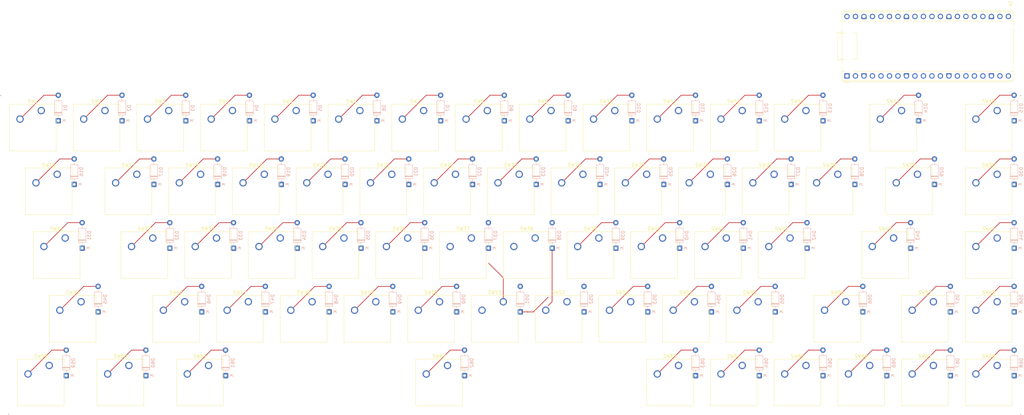
<source format=kicad_pcb>
(kicad_pcb (version 20241229) (generator "pcbnew") (generator_version "9.0")
  (layers (0 "F.Cu" signal) (2 "B.Cu" signal) (13 "F.Paste" user) (15 "B.Paste" user) (5 "F.SilkS" user "F.Silkscreen") (7 "B.SilkS" user "B.Silkscreen") (1 "F.Mask" user) (3 "B.Mask" user) (25 "Edge.Cuts" user))
  (net 0 "")
  (net 1 "C11")
  (net 3 "C14")
  (net 5 "C7")
  (net 6 "C9")
  (net 7 "C12")
  (net 8 "C4")
  (net 9 "r3")
  (net 10 "Net-(A1-GND-Pad13)")
  (net 11 "C8")
  (net 12 "C1")
  (net 14 "C13")
  (net 15 "C15")
  (net 16 "r2")
  (net 17 "C3")
  (net 18 "C6")
  (net 22 "C10")
  (net 23 "r4")
  (net 25 "C2")
  (net 29 "C5")
  (net 31 "r5")
  (net 33 "r1")
  (net 35 "Net-(D1-A)")
  (net 36 "Net-(D2-A)")
  (net 37 "Net-(D3-A)")
  (net 38 "Net-(D4-A)")
  (net 39 "Net-(D5-A)")
  (net 40 "Net-(D6-A)")
  (net 41 "Net-(D7-A)")
  (net 42 "Net-(D8-A)")
  (net 43 "Net-(D9-A)")
  (net 44 "Net-(D10-A)")
  (net 45 "Net-(D11-A)")
  (net 46 "Net-(D12-A)")
  (net 47 "Net-(D13-A)")
  (net 48 "Net-(D14-A)")
  (net 49 "Net-(D15-A)")
  (net 50 "Net-(D16-A)")
  (net 51 "Net-(D17-A)")
  (net 52 "Net-(D18-A)")
  (net 53 "Net-(D19-A)")
  (net 54 "Net-(D20-A)")
  (net 55 "Net-(D21-A)")
  (net 56 "Net-(D22-A)")
  (net 57 "Net-(D23-A)")
  (net 58 "Net-(D24-A)")
  (net 59 "Net-(D25-A)")
  (net 60 "Net-(D26-A)")
  (net 61 "Net-(D27-A)")
  (net 62 "Net-(D28-A)")
  (net 63 "Net-(D29-A)")
  (net 64 "Net-(D30-A)")
  (net 65 "Net-(D31-A)")
  (net 66 "Net-(D32-A)")
  (net 67 "Net-(D33-A)")
  (net 68 "Net-(D34-A)")
  (net 69 "Net-(D35-A)")
  (net 70 "Net-(D36-A)")
  (net 71 "Net-(D37-A)")
  (net 72 "Net-(D38-A)")
  (net 73 "Net-(D39-A)")
  (net 74 "Net-(D40-A)")
  (net 75 "Net-(D41-A)")
  (net 76 "Net-(D42-A)")
  (net 77 "Net-(D43-A)")
  (net 78 "Net-(D44-A)")
  (net 79 "Net-(D45-A)")
  (net 80 "Net-(D46-A)")
  (net 81 "Net-(D47-A)")
  (net 82 "Net-(D48-A)")
  (net 83 "Net-(D49-A)")
  (net 84 "Net-(D50-A)")
  (net 85 "Net-(D51-A)")
  (net 86 "Net-(D52-A)")
  (net 87 "Net-(D53-A)")
  (net 88 "Net-(D54-A)")
  (net 89 "Net-(D55-A)")
  (net 90 "Net-(D56-A)")
  (net 91 "Net-(D57-A)")
  (net 92 "Net-(D58-A)")
  (net 93 "Net-(D59-A)")
  (net 94 "Net-(D60-A)")
  (net 95 "Net-(D61-A)")
  (net 96 "Net-(D62-A)")
  (net 97 "Net-(D63-A)")
  (net 98 "Net-(D64-A)")
  (net 99 "Net-(D65-A)")
  (net 100 "Net-(D66-A)")
  (net 101 "Net-(D67-A)")
  (net 102 "Net-(D68-A)")
  (footprint "Button_Switch_Keyboard:SW_Cherry_MX_1.00u_PCB" (layer "F.Cu") (at 342.92 105.9)
    (property "Reference" "SW58")
    (property "Value" "SW_Push")
  )
  (footprint "Button_Switch_Keyboard:SW_Cherry_MX_1.00u_PCB" (layer "F.Cu") (at 271.4825 105.9)
    (property "Reference" "SW55")
    (property "Value" "SW_Push")
  )
  (footprint "Button_Switch_Keyboard:SW_Cherry_MX_1.00u_PCB" (layer "F.Cu") (at 342.92 86.85)
    (property "Reference" "SW44")
    (property "Value" "SW_Push")
  )
  (footprint "Button_Switch_Keyboard:SW_Cherry_MX_1.00u_PCB" (layer "F.Cu") (at 142.895 67.8)
    (property "Reference" "SW20")
    (property "Value" "SW_Push")
  )
  (footprint "Button_Switch_Keyboard:SW_Cherry_MX_1.00u_PCB" (layer "F.Cu") (at 228.62 48.75)
    (property "Reference" "SW10")
    (property "Value" "SW_Push")
  )
  (footprint "Button_Switch_Keyboard:SW_Cherry_MX_1.00u_PCB" (layer "F.Cu") (at 285.77 124.95)
    (property "Reference" "SW65")
    (property "Value" "SW_Push")
  )
  (footprint "Button_Switch_Keyboard:SW_Cherry_MX_1.00u_PCB" (layer "F.Cu") (at 297.67625 105.9)
    (property "Reference" "SW56")
    (property "Value" "SW_Push")
  )
  (footprint "Button_Switch_Keyboard:SW_Cherry_MX_1.00u_PCB" (layer "F.Cu") (at 323.87 124.95)
    (property "Reference" "SW67")
    (property "Value" "SW_Push")
  )
  (footprint "Button_Switch_Keyboard:SW_Cherry_MX_1.00u_PCB" (layer "F.Cu") (at 147.6575 86.85)
    (property "Reference" "SW35")
    (property "Value" "SW_Push")
  )
  (footprint "Button_Switch_Keyboard:SW_Cherry_MX_1.00u_PCB" (layer "F.Cu") (at 69.07625 105.9)
    (property "Reference" "SW45")
    (property "Value" "SW_Push")
  )
  (footprint "Button_Switch_Keyboard:SW_Cherry_MX_1.00u_PCB" (layer "F.Cu") (at 57.17 48.75)
    (property "Reference" "SW1")
    (property "Value" "SW_Push")
  )
  (footprint "Button_Switch_Keyboard:SW_Cherry_MX_1.00u_PCB" (layer "F.Cu") (at 190.52 48.75)
    (property "Reference" "SW8")
    (property "Value" "SW_Push")
  )
  (footprint "Button_Switch_Keyboard:SW_Cherry_MX_1.00u_PCB" (layer "F.Cu") (at 342.92 124.95)
    (property "Reference" "SW68")
    (property "Value" "SW_Push")
  )
  (footprint "Button_Switch_Keyboard:SW_Cherry_MX_1.00u_PCB" (layer "F.Cu") (at 107.17625 124.95)
    (property "Reference" "SW61")
    (property "Value" "SW_Push")
  )
  (footprint "Button_Switch_Keyboard:SW_Cherry_MX_1.00u_PCB" (layer "F.Cu") (at 180.995 67.8)
    (property "Reference" "SW22")
    (property "Value" "SW_Push")
  )
  (footprint "Button_Switch_Keyboard:SW_Cherry_MX_1.00u_PCB" (layer "F.Cu") (at 85.745 67.8)
    (property "Reference" "SW17")
    (property "Value" "SW_Push")
  )
  (footprint "Button_Switch_Keyboard:SW_Cherry_MX_1.00u_PCB" (layer "F.Cu") (at 95.27 48.75)
    (property "Reference" "SW3")
    (property "Value" "SW_Push")
  )
  (footprint "Button_Switch_Keyboard:SW_Cherry_MX_1.00u_PCB" (layer "F.Cu") (at 157.1825 105.9)
    (property "Reference" "SW49")
    (property "Value" "SW_Push")
  )
  (footprint "Button_Switch_Keyboard:SW_Cherry_MX_1.00u_PCB" (layer "F.Cu") (at 123.845 67.8)
    (property "Reference" "SW19")
    (property "Value" "SW_Push")
  )
  (footprint "Button_Switch_Keyboard:SW_Cherry_MX_1.00u_PCB" (layer "F.Cu") (at 281.0075 86.85)
    (property "Reference" "SW42")
    (property "Value" "SW_Push")
  )
  (footprint "Button_Switch_Keyboard:SW_Cherry_MX_1.00u_PCB" (layer "F.Cu") (at 133.37 48.75)
    (property "Reference" "SW5")
    (property "Value" "SW_Push")
  )
  (footprint "Button_Switch_Keyboard:SW_Cherry_MX_1.00u_PCB" (layer "F.Cu") (at 242.9075 86.85)
    (property "Reference" "SW40")
    (property "Value" "SW_Push")
  )
  (footprint "Button_Switch_Keyboard:SW_Cherry_MX_1.00u_PCB" (layer "F.Cu") (at 64.31375 86.85)
    (property "Reference" "SW31")
    (property "Value" "SW_Push")
  )
  (footprint "Button_Switch_Keyboard:SW_Cherry_MX_1.00u_PCB" (layer "F.Cu") (at 314.345 48.75)
    (property "Reference" "SW14")
    (property "Value" "SW_Push")
  )
  (footprint "Button_Switch_Keyboard:SW_Cherry_MX_1.00u_PCB" (layer "F.Cu") (at 166.7075 86.85)
    (property "Reference" "SW36")
    (property "Value" "SW_Push")
  )
  (footprint "Button_Switch_Keyboard:SW_Cherry_MX_1.00u_PCB" (layer "F.Cu") (at 295.295 67.8)
    (property "Reference" "SW28")
    (property "Value" "SW_Push")
  )
  (footprint "Button_Switch_Keyboard:SW_Cherry_MX_1.00u_PCB" (layer "F.Cu") (at 171.47 48.75)
    (property "Reference" "SW7")
    (property "Value" "SW_Push")
  )
  (footprint "Button_Switch_Keyboard:SW_Cherry_MX_1.00u_PCB" (layer "F.Cu") (at 261.9575 86.85)
    (property "Reference" "SW41")
    (property "Value" "SW_Push")
  )
  (footprint "Button_Switch_Keyboard:SW_Cherry_MX_1.00u_PCB" (layer "F.Cu") (at 342.92 48.75)
    (property "Reference" "SW15")
    (property "Value" "SW_Push")
  )
  (footprint "Button_Switch_Keyboard:SW_Cherry_MX_1.00u_PCB" (layer "F.Cu") (at 83.36375 124.95)
    (property "Reference" "SW60")
    (property "Value" "SW_Push")
  )
  (footprint "Button_Switch_Keyboard:SW_Cherry_MX_1.00u_PCB" (layer "F.Cu") (at 257.195 67.8)
    (property "Reference" "SW26")
    (property "Value" "SW_Push")
  )
  (footprint "Button_Switch_Keyboard:SW_Cherry_MX_1.00u_PCB" (layer "F.Cu") (at 114.32 48.75)
    (property "Reference" "SW4")
    (property "Value" "SW_Push")
  )
  (footprint "Button_Switch_Keyboard:SW_Cherry_MX_1.00u_PCB" (layer "F.Cu") (at 61.9325 67.8)
    (property "Reference" "SW16")
    (property "Value" "SW_Push")
  )
  (footprint "Button_Switch_Keyboard:SW_Cherry_MX_1.00u_PCB" (layer "F.Cu") (at 200.045 67.8)
    (property "Reference" "SW23")
    (property "Value" "SW_Push")
  )
  (footprint "Button_Switch_Keyboard:SW_Cherry_MX_1.00u_PCB" (layer "F.Cu") (at 311.96375 86.85)
    (property "Reference" "SW43")
    (property "Value" "SW_Push")
  )
  (footprint "Button_Switch_Keyboard:SW_Cherry_MX_1.00u_PCB" (layer "F.Cu") (at 223.8575 86.85)
    (property "Reference" "SW39")
    (property "Value" "SW_Push")
  )
  (footprint "Button_Switch_Keyboard:SW_Cherry_MX_1.00u_PCB" (layer "F.Cu") (at 266.72 48.75)
    (property "Reference" "SW12")
    (property "Value" "SW_Push")
  )
  (footprint "Button_Switch_Keyboard:SW_Cherry_MX_1.00u_PCB" (layer "F.Cu") (at 266.72 124.95)
    (property "Reference" "SW64")
    (property "Value" "SW_Push")
  )
  (footprint "Button_Switch_Keyboard:SW_Cherry_MX_1.00u_PCB" (layer "F.Cu") (at 128.6075 86.85)
    (property "Reference" "SW34")
    (property "Value" "SW_Push")
  )
  (footprint "Button_Switch_Keyboard:SW_Cherry_MX_1.00u_PCB" (layer "F.Cu") (at 304.82 124.95)
    (property "Reference" "SW66")
    (property "Value" "SW_Push")
  )
  (footprint "Button_Switch_Keyboard:SW_Cherry_MX_1.00u_PCB" (layer "F.Cu") (at 59.55125 124.95)
    (property "Reference" "SW59")
    (property "Value" "SW_Push")
  )
  (footprint "Button_Switch_Keyboard:SW_Cherry_MX_1.00u_PCB" (layer "F.Cu") (at 319.1075 67.8)
    (property "Reference" "SW29")
    (property "Value" "SW_Push")
  )
  (footprint "Button_Switch_Keyboard:SW_Cherry_MX_1.00u_PCB" (layer "F.Cu") (at 219.095 67.8)
    (property "Reference" "SW24")
    (property "Value" "SW_Push")
  )
  (footprint "Button_Switch_Keyboard:SW_Cherry_MX_1.00u_PCB" (layer "F.Cu") (at 342.92 67.8)
    (property "Reference" "SW30")
    (property "Value" "SW_Push")
  )
  (footprint "Module:RaspberryPi_Pico_Common_THT" (layer "F.Cu") (at 298.03 38.39 90)
    (property "Reference" "A1")
    (property "Value" "RaspberryPi_Pico")
  )
  (footprint "Button_Switch_Keyboard:SW_Cherry_MX_1.00u_PCB" (layer "F.Cu") (at 204.8075 86.85)
    (property "Reference" "SW38")
    (property "Value" "SW_Push")
  )
  (footprint "Button_Switch_Keyboard:SW_Cherry_MX_1.00u_PCB" (layer "F.Cu") (at 323.87 105.9)
    (property "Reference" "SW57")
    (property "Value" "SW_Push")
  )
  (footprint "Button_Switch_Keyboard:SW_Cherry_MX_1.00u_PCB" (layer "F.Cu") (at 90.5075 86.85)
    (property "Reference" "SW32")
    (property "Value" "SW_Push")
  )
  (footprint "Button_Switch_Keyboard:SW_Cherry_MX_1.00u_PCB" (layer "F.Cu") (at 209.57 48.75)
    (property "Reference" "SW9")
    (property "Value" "SW_Push")
  )
  (footprint "Button_Switch_Keyboard:SW_Cherry_MX_1.00u_PCB" (layer "F.Cu") (at 76.22 48.75)
    (property "Reference" "SW2")
    (property "Value" "SW_Push")
  )
  (footprint "Button_Switch_Keyboard:SW_Cherry_MX_1.00u_PCB" (layer "F.Cu") (at 185.7575 86.85)
    (property "Reference" "SW37")
    (property "Value" "SW_Push")
  )
  (footprint "Button_Switch_Keyboard:SW_Cherry_MX_1.00u_PCB" (layer "F.Cu") (at 100.0325 105.9)
    (property "Reference" "SW46")
    (property "Value" "SW_Push")
  )
  (footprint "Button_Switch_Keyboard:SW_Cherry_MX_1.00u_PCB" (layer "F.Cu") (at 119.0825 105.9)
    (property "Reference" "SW47")
    (property "Value" "SW_Push")
  )
  (footprint "Button_Switch_Keyboard:SW_Cherry_MX_1.00u_PCB" (layer "F.Cu") (at 238.145 67.8)
    (property "Reference" "SW25")
    (property "Value" "SW_Push")
  )
  (footprint "Button_Switch_Keyboard:SW_Cherry_MX_1.00u_PCB" (layer "F.Cu") (at 152.42 48.75)
    (property "Reference" "SW6")
    (property "Value" "SW_Push")
  )
  (footprint "Button_Switch_Keyboard:SW_Cherry_MX_1.00u_PCB" (layer "F.Cu") (at 247.67 124.95)
    (property "Reference" "SW63")
    (property "Value" "SW_Push")
  )
  (footprint "Button_Switch_Keyboard:SW_Cherry_MX_1.00u_PCB" (layer "F.Cu") (at 138.1325 105.9)
    (property "Reference" "SW48")
    (property "Value" "SW_Push")
  )
  (footprint "Button_Switch_Keyboard:SW_Cherry_MX_1.00u_PCB" (layer "F.Cu") (at 195.2825 105.9)
    (property "Reference" "SW51")
    (property "Value" "SW_Push")
  )
  (footprint "Button_Switch_Keyboard:SW_Cherry_MX_1.00u_PCB" (layer "F.Cu") (at 233.3825 105.9)
    (property "Reference" "SW53")
    (property "Value" "SW_Push")
  )
  (footprint "Button_Switch_Keyboard:SW_Cherry_MX_1.00u_PCB" (layer "F.Cu") (at 276.245 67.8)
    (property "Reference" "SW27")
    (property "Value" "SW_Push")
  )
  (footprint "Button_Switch_Keyboard:SW_Cherry_MX_1.00u_PCB" (layer "F.Cu") (at 178.61375 124.95)
    (property "Reference" "SW62")
    (property "Value" "SW_Push")
  )
  (footprint "Button_Switch_Keyboard:SW_Cherry_MX_1.00u_PCB" (layer "F.Cu") (at 176.2325 105.9)
    (property "Reference" "SW50")
    (property "Value" "SW_Push")
  )
  (footprint "Button_Switch_Keyboard:SW_Cherry_MX_1.00u_PCB" (layer "F.Cu") (at 214.3325 105.9)
    (property "Reference" "SW52")
    (property "Value" "SW_Push")
  )
  (footprint "Button_Switch_Keyboard:SW_Cherry_MX_1.00u_PCB" (layer "F.Cu") (at 161.945 67.8)
    (property "Reference" "SW21")
    (property "Value" "SW_Push")
  )
  (footprint "Button_Switch_Keyboard:SW_Cherry_MX_1.00u_PCB" (layer "F.Cu") (at 285.77 48.75)
    (property "Reference" "SW13")
    (property "Value" "SW_Push")
  )
  (footprint "Button_Switch_Keyboard:SW_Cherry_MX_1.00u_PCB" (layer "F.Cu") (at 247.67 48.75)
    (property "Reference" "SW11")
    (property "Value" "SW_Push")
  )
  (footprint "Button_Switch_Keyboard:SW_Cherry_MX_1.00u_PCB" (layer "F.Cu") (at 252.4325 105.9)
    (property "Reference" "SW54")
    (property "Value" "SW_Push")
  )
  (footprint "Button_Switch_Keyboard:SW_Cherry_MX_1.00u_PCB" (layer "F.Cu") (at 109.5575 86.85)
    (property "Reference" "SW33")
    (property "Value" "SW_Push")
  )
  (footprint "Button_Switch_Keyboard:SW_Cherry_MX_1.00u_PCB" (layer "F.Cu") (at 104.795 67.8)
    (property "Reference" "SW18")
    (property "Value" "SW_Push")
  )
  (footprint "Diode_THT:D_DO-35_SOD27_P7.62mm_Horizontal" (layer "B.Cu") (at 109.875 70.83 90)
    (property "Reference" "D18")
    (property "Value" "1N4148")
  )
  (footprint "Diode_THT:D_DO-35_SOD27_P7.62mm_Horizontal" (layer "B.Cu") (at 348 108.93 90)
    (property "Reference" "D58")
    (property "Value" "1N4148")
  )
  (footprint "Diode_THT:D_DO-35_SOD27_P7.62mm_Horizontal" (layer "B.Cu") (at 233.7 51.78 90)
    (property "Reference" "D10")
    (property "Value" "1N4148")
  )
  (footprint "Diode_THT:D_DO-35_SOD27_P7.62mm_Horizontal" (layer "B.Cu") (at 348 127.98 90)
    (property "Reference" "D68")
    (property "Value" "1N4148")
  )
  (footprint "Diode_THT:D_DO-35_SOD27_P7.62mm_Horizontal" (layer "B.Cu") (at 88.44375 127.98 90)
    (property "Reference" "D60")
    (property "Value" "1N4148")
  )
  (footprint "Diode_THT:D_DO-35_SOD27_P7.62mm_Horizontal" (layer "B.Cu") (at 171.7875 89.88 90)
    (property "Reference" "D36")
    (property "Value" "1N4148")
  )
  (footprint "Diode_THT:D_DO-35_SOD27_P7.62mm_Horizontal" (layer "B.Cu") (at 290.85 127.98 90)
    (property "Reference" "D65")
    (property "Value" "1N4148")
  )
  (footprint "Diode_THT:D_DO-35_SOD27_P7.62mm_Horizontal" (layer "B.Cu") (at 67.0125 70.83 90)
    (property "Reference" "D16")
    (property "Value" "1N4148")
  )
  (footprint "Diode_THT:D_DO-35_SOD27_P7.62mm_Horizontal" (layer "B.Cu") (at 228.9375 89.88 90)
    (property "Reference" "D39")
    (property "Value" "1N4148")
  )
  (footprint "Diode_THT:D_DO-35_SOD27_P7.62mm_Horizontal" (layer "B.Cu") (at 186.075 70.83 90)
    (property "Reference" "D22")
    (property "Value" "1N4148")
  )
  (footprint "Diode_THT:D_DO-35_SOD27_P7.62mm_Horizontal" (layer "B.Cu") (at 257.5125 108.93 90)
    (property "Reference" "D54")
    (property "Value" "1N4148")
  )
  (footprint "Diode_THT:D_DO-35_SOD27_P7.62mm_Horizontal" (layer "B.Cu") (at 64.63125 127.98 90)
    (property "Reference" "D59")
    (property "Value" "1N4148")
  )
  (footprint "Diode_THT:D_DO-35_SOD27_P7.62mm_Horizontal" (layer "B.Cu") (at 62.25 51.78 90)
    (property "Reference" "D1")
    (property "Value" "1N4148")
  )
  (footprint "Diode_THT:D_DO-35_SOD27_P7.62mm_Horizontal" (layer "B.Cu") (at 319.425 51.78 90)
    (property "Reference" "D14")
    (property "Value" "1N4148")
  )
  (footprint "Diode_THT:D_DO-35_SOD27_P7.62mm_Horizontal" (layer "B.Cu") (at 119.4 51.78 90)
    (property "Reference" "D4")
    (property "Value" "1N4148")
  )
  (footprint "Diode_THT:D_DO-35_SOD27_P7.62mm_Horizontal" (layer "B.Cu") (at 69.39375 89.88 90)
    (property "Reference" "D31")
    (property "Value" "1N4148")
  )
  (footprint "Diode_THT:D_DO-35_SOD27_P7.62mm_Horizontal" (layer "B.Cu") (at 348 70.83 90)
    (property "Reference" "D30")
    (property "Value" "1N4148")
  )
  (footprint "Diode_THT:D_DO-35_SOD27_P7.62mm_Horizontal" (layer "B.Cu") (at 128.925 70.83 90)
    (property "Reference" "D19")
    (property "Value" "1N4148")
  )
  (footprint "Diode_THT:D_DO-35_SOD27_P7.62mm_Horizontal" (layer "B.Cu") (at 214.65 51.78 90)
    (property "Reference" "D9")
    (property "Value" "1N4148")
  )
  (footprint "Diode_THT:D_DO-35_SOD27_P7.62mm_Horizontal" (layer "B.Cu") (at 114.6375 89.88 90)
    (property "Reference" "D33")
    (property "Value" "1N4148")
  )
  (footprint "Diode_THT:D_DO-35_SOD27_P7.62mm_Horizontal" (layer "B.Cu") (at 81.3 51.78 90)
    (property "Reference" "D2")
    (property "Value" "1N4148")
  )
  (footprint "Diode_THT:D_DO-35_SOD27_P7.62mm_Horizontal" (layer "B.Cu") (at 95.5875 89.88 90)
    (property "Reference" "D32")
    (property "Value" "1N4148")
  )
  (footprint "Diode_THT:D_DO-35_SOD27_P7.62mm_Horizontal" (layer "B.Cu") (at 124.1625 108.93 90)
    (property "Reference" "D47")
    (property "Value" "1N4148")
  )
  (footprint "Diode_THT:D_DO-35_SOD27_P7.62mm_Horizontal" (layer "B.Cu") (at 290.85 51.78 90)
    (property "Reference" "D13")
    (property "Value" "1N4148")
  )
  (footprint "Diode_THT:D_DO-35_SOD27_P7.62mm_Horizontal" (layer "B.Cu") (at 90.825 70.83 90)
    (property "Reference" "D17")
    (property "Value" "1N4148")
  )
  (footprint "Diode_THT:D_DO-35_SOD27_P7.62mm_Horizontal" (layer "B.Cu") (at 252.75 51.78 90)
    (property "Reference" "D11")
    (property "Value" "1N4148")
  )
  (footprint "Diode_THT:D_DO-35_SOD27_P7.62mm_Horizontal" (layer "B.Cu") (at 309.9 127.98 90)
    (property "Reference" "D66")
    (property "Value" "1N4148")
  )
  (footprint "Diode_THT:D_DO-35_SOD27_P7.62mm_Horizontal" (layer "B.Cu") (at 183.69375 127.98 90)
    (property "Reference" "D62")
    (property "Value" "1N4148")
  )
  (footprint "Diode_THT:D_DO-35_SOD27_P7.62mm_Horizontal" (layer "B.Cu") (at 262.275 70.83 90)
    (property "Reference" "D26")
    (property "Value" "1N4148")
  )
  (footprint "Diode_THT:D_DO-35_SOD27_P7.62mm_Horizontal" (layer "B.Cu") (at 195.6 51.78 90)
    (property "Reference" "D8")
    (property "Value" "1N4148")
  )
  (footprint "Diode_THT:D_DO-35_SOD27_P7.62mm_Horizontal" (layer "B.Cu") (at 181.3125 108.93 90)
    (property "Reference" "D50")
    (property "Value" "1N4148")
  )
  (footprint "Diode_THT:D_DO-35_SOD27_P7.62mm_Horizontal" (layer "B.Cu") (at 348 89.88 90)
    (property "Reference" "D44")
    (property "Value" "1N4148")
  )
  (footprint "Diode_THT:D_DO-35_SOD27_P7.62mm_Horizontal" (layer "B.Cu") (at 300.375 70.83 90)
    (property "Reference" "D28")
    (property "Value" "1N4148")
  )
  (footprint "Diode_THT:D_DO-35_SOD27_P7.62mm_Horizontal" (layer "B.Cu") (at 267.0375 89.88 90)
    (property "Reference" "D41")
    (property "Value" "1N4148")
  )
  (footprint "Diode_THT:D_DO-35_SOD27_P7.62mm_Horizontal" (layer "B.Cu") (at 317.04375 89.88 90)
    (property "Reference" "D43")
    (property "Value" "1N4148")
  )
  (footprint "Diode_THT:D_DO-35_SOD27_P7.62mm_Horizontal" (layer "B.Cu") (at 133.6875 89.88 90)
    (property "Reference" "D34")
    (property "Value" "1N4148")
  )
  (footprint "Diode_THT:D_DO-35_SOD27_P7.62mm_Horizontal" (layer "B.Cu") (at 205.125 70.83 90)
    (property "Reference" "D23")
    (property "Value" "1N4148")
  )
  (footprint "Diode_THT:D_DO-35_SOD27_P7.62mm_Horizontal" (layer "B.Cu") (at 190.8375 89.88 90)
    (property "Reference" "D37")
    (property "Value" "1N4148")
  )
  (footprint "Diode_THT:D_DO-35_SOD27_P7.62mm_Horizontal" (layer "B.Cu") (at 271.8 127.98 90)
    (property "Reference" "D64")
    (property "Value" "1N4148")
  )
  (footprint "Diode_THT:D_DO-35_SOD27_P7.62mm_Horizontal" (layer "B.Cu") (at 176.55 51.78 90)
    (property "Reference" "D7")
    (property "Value" "1N4148")
  )
  (footprint "Diode_THT:D_DO-35_SOD27_P7.62mm_Horizontal" (layer "B.Cu") (at 252.75 127.98 90)
    (property "Reference" "D63")
    (property "Value" "1N4148")
  )
  (footprint "Diode_THT:D_DO-35_SOD27_P7.62mm_Horizontal" (layer "B.Cu") (at 324.1875 70.83 90)
    (property "Reference" "D29")
    (property "Value" "1N4148")
  )
  (footprint "Diode_THT:D_DO-35_SOD27_P7.62mm_Horizontal" (layer "B.Cu") (at 112.25625 127.98 90)
    (property "Reference" "D61")
    (property "Value" "1N4148")
  )
  (footprint "Diode_THT:D_DO-35_SOD27_P7.62mm_Horizontal" (layer "B.Cu") (at 74.15625 108.93 90)
    (property "Reference" "D45")
    (property "Value" "1N4148")
  )
  (footprint "Diode_THT:D_DO-35_SOD27_P7.62mm_Horizontal" (layer "B.Cu") (at 238.4625 108.93 90)
    (property "Reference" "D53")
    (property "Value" "1N4148")
  )
  (footprint "Diode_THT:D_DO-35_SOD27_P7.62mm_Horizontal" (layer "B.Cu") (at 247.9875 89.88 90)
    (property "Reference" "D40")
    (property "Value" "1N4148")
  )
  (footprint "Diode_THT:D_DO-35_SOD27_P7.62mm_Horizontal" (layer "B.Cu") (at 200.3625 108.93 90)
    (property "Reference" "D51")
    (property "Value" "1N4148")
  )
  (footprint "Diode_THT:D_DO-35_SOD27_P7.62mm_Horizontal" (layer "B.Cu") (at 302.75625 108.93 90)
    (property "Reference" "D56")
    (property "Value" "1N4148")
  )
  (footprint "Diode_THT:D_DO-35_SOD27_P7.62mm_Horizontal" (layer "B.Cu") (at 100.35 51.78 90)
    (property "Reference" "D3")
    (property "Value" "1N4148")
  )
  (footprint "Diode_THT:D_DO-35_SOD27_P7.62mm_Horizontal" (layer "B.Cu") (at 348 51.78 90)
    (property "Reference" "D15")
    (property "Value" "1N4148")
  )
  (footprint "Diode_THT:D_DO-35_SOD27_P7.62mm_Horizontal" (layer "B.Cu") (at 105.1125 108.93 90)
    (property "Reference" "D46")
    (property "Value" "1N4148")
  )
  (footprint "Diode_THT:D_DO-35_SOD27_P7.62mm_Horizontal" (layer "B.Cu") (at 328.95 108.93 90)
    (property "Reference" "D57")
    (property "Value" "1N4148")
  )
  (footprint "Diode_THT:D_DO-35_SOD27_P7.62mm_Horizontal" (layer "B.Cu") (at 167.025 70.83 90)
    (property "Reference" "D21")
    (property "Value" "1N4148")
  )
  (footprint "Diode_THT:D_DO-35_SOD27_P7.62mm_Horizontal" (layer "B.Cu") (at 147.975 70.83 90)
    (property "Reference" "D20")
    (property "Value" "1N4148")
  )
  (footprint "Diode_THT:D_DO-35_SOD27_P7.62mm_Horizontal" (layer "B.Cu") (at 157.5 51.78 90)
    (property "Reference" "D6")
    (property "Value" "1N4148")
  )
  (footprint "Diode_THT:D_DO-35_SOD27_P7.62mm_Horizontal" (layer "B.Cu") (at 276.5625 108.93 90)
    (property "Reference" "D55")
    (property "Value" "1N4148")
  )
  (footprint "Diode_THT:D_DO-35_SOD27_P7.62mm_Horizontal" (layer "B.Cu") (at 152.7375 89.88 90)
    (property "Reference" "D35")
    (property "Value" "1N4148")
  )
  (footprint "Diode_THT:D_DO-35_SOD27_P7.62mm_Horizontal" (layer "B.Cu") (at 143.2125 108.93 90)
    (property "Reference" "D48")
    (property "Value" "1N4148")
  )
  (footprint "Diode_THT:D_DO-35_SOD27_P7.62mm_Horizontal" (layer "B.Cu") (at 281.325 70.83 90)
    (property "Reference" "D27")
    (property "Value" "1N4148")
  )
  (footprint "Diode_THT:D_DO-35_SOD27_P7.62mm_Horizontal" (layer "B.Cu") (at 224.175 70.83 90)
    (property "Reference" "D24")
    (property "Value" "1N4148")
  )
  (footprint "Diode_THT:D_DO-35_SOD27_P7.62mm_Horizontal" (layer "B.Cu") (at 243.225 70.83 90)
    (property "Reference" "D25")
    (property "Value" "1N4148")
  )
  (footprint "Diode_THT:D_DO-35_SOD27_P7.62mm_Horizontal" (layer "B.Cu") (at 219.4125 108.93 90)
    (property "Reference" "D52")
    (property "Value" "1N4148")
  )
  (footprint "Diode_THT:D_DO-35_SOD27_P7.62mm_Horizontal" (layer "B.Cu") (at 286.0875 89.88 90)
    (property "Reference" "D42")
    (property "Value" "1N4148")
  )
  (footprint "Diode_THT:D_DO-35_SOD27_P7.62mm_Horizontal" (layer "B.Cu") (at 328.95 127.98 90)
    (property "Reference" "D67")
    (property "Value" "1N4148")
  )
  (footprint "Diode_THT:D_DO-35_SOD27_P7.62mm_Horizontal" (layer "B.Cu") (at 271.8 51.78 90)
    (property "Reference" "D12")
    (property "Value" "1N4148")
  )
  (footprint "Diode_THT:D_DO-35_SOD27_P7.62mm_Horizontal" (layer "B.Cu") (at 138.45 51.78 90)
    (property "Reference" "D5")
    (property "Value" "1N4148")
  )
  (footprint "Diode_THT:D_DO-35_SOD27_P7.62mm_Horizontal" (layer "B.Cu") (at 209.8875 89.88 90)
    (property "Reference" "D38")
    (property "Value" "1N4148")
  )
  (footprint "Diode_THT:D_DO-35_SOD27_P7.62mm_Horizontal" (layer "B.Cu") (at 162.2625 108.93 90)
    (property "Reference" "D49")
    (property "Value" "1N4148")
  )
  (gr_line (start 349.936066 44.23) (end 349.98 44.273934) (stroke (width 0.4)) (layer "Edge.Cuts"))
  (gr_line (start 45.03 44.273934) (end 45.073934 44.23) (stroke (width 0.4)) (layer "Edge.Cuts"))
  (gr_line (start 47.455184 139.63) (end 47.41125 139.586066) (stroke (width 0.4)) (layer "Edge.Cuts"))
  (gr_line (start 349.98 139.586066) (end 349.936066 139.63) (stroke (width 0.4)) (layer "Edge.Cuts"))
  (segment (start 195.2825 98.7375) (end 195.2825 105.9) (width 0.2) (layer "F.Cu") (net 5))
  (segment (start 190.91 94.365) (end 195.2825 98.7375) (width 0.2) (layer "F.Cu") (net 5))
  (segment (start 209.8875 89.88) (end 209.8875 105.8675) (width 0.2) (layer "F.Cu") (net 9))
  (segment (start 209.8875 105.8675) (end 208.69 107.065) (width 0.2) (layer "F.Cu") (net 9))
  (segment (start 204.285 108.93) (end 208.69 104.525) (width 0.2) (layer "F.Cu") (net 23))
  (segment (start 200.3625 108.93) (end 204.285 108.93) (width 0.2) (layer "F.Cu") (net 23))
  (segment (start 50.82 51.29) (end 57.95 44.16) (width 0.2) (layer "F.Cu") (net 35))
  (segment (start 57.95 44.16) (end 62.25 44.16) (width 0.2) (layer "F.Cu") (net 35))
  (segment (start 69.87 51.29) (end 77 44.16) (width 0.2) (layer "F.Cu") (net 36))
  (segment (start 77 44.16) (end 81.3 44.16) (width 0.2) (layer "F.Cu") (net 36))
  (segment (start 88.92 51.29) (end 96.05 44.16) (width 0.2) (layer "F.Cu") (net 37))
  (segment (start 96.05 44.16) (end 100.35 44.16) (width 0.2) (layer "F.Cu") (net 37))
  (segment (start 115.1 44.16) (end 119.4 44.16) (width 0.2) (layer "F.Cu") (net 38))
  (segment (start 107.97 51.29) (end 115.1 44.16) (width 0.2) (layer "F.Cu") (net 38))
  (segment (start 127.02 51.29) (end 134.15 44.16) (width 0.2) (layer "F.Cu") (net 39))
  (segment (start 134.15 44.16) (end 138.45 44.16) (width 0.2) (layer "F.Cu") (net 39))
  (segment (start 153.2 44.16) (end 157.5 44.16) (width 0.2) (layer "F.Cu") (net 40))
  (segment (start 146.07 51.29) (end 153.2 44.16) (width 0.2) (layer "F.Cu") (net 40))
  (segment (start 165.12 51.29) (end 172.25 44.16) (width 0.2) (layer "F.Cu") (net 41))
  (segment (start 172.25 44.16) (end 176.55 44.16) (width 0.2) (layer "F.Cu") (net 41))
  (segment (start 184.17 51.29) (end 191.3 44.16) (width 0.2) (layer "F.Cu") (net 42))
  (segment (start 191.3 44.16) (end 195.6 44.16) (width 0.2) (layer "F.Cu") (net 42))
  (segment (start 203.22 51.29) (end 210.35 44.16) (width 0.2) (layer "F.Cu") (net 43))
  (segment (start 210.35 44.16) (end 214.65 44.16) (width 0.2) (layer "F.Cu") (net 43))
  (segment (start 222.27 51.29) (end 229.4 44.16) (width 0.2) (layer "F.Cu") (net 44))
  (segment (start 229.4 44.16) (end 233.7 44.16) (width 0.2) (layer "F.Cu") (net 44))
  (segment (start 248.45 44.16) (end 252.75 44.16) (width 0.2) (layer "F.Cu") (net 45))
  (segment (start 241.32 51.29) (end 248.45 44.16) (width 0.2) (layer "F.Cu") (net 45))
  (segment (start 267.5 44.16) (end 271.8 44.16) (width 0.2) (layer "F.Cu") (net 46))
  (segment (start 260.37 51.29) (end 267.5 44.16) (width 0.2) (layer "F.Cu") (net 46))
  (segment (start 279.42 51.29) (end 286.55 44.16) (width 0.2) (layer "F.Cu") (net 47))
  (segment (start 286.55 44.16) (end 290.85 44.16) (width 0.2) (layer "F.Cu") (net 47))
  (segment (start 315.125 44.16) (end 319.425 44.16) (width 0.2) (layer "F.Cu") (net 48))
  (segment (start 307.995 51.29) (end 315.125 44.16) (width 0.2) (layer "F.Cu") (net 48))
  (segment (start 336.57 51.29) (end 343.7 44.16) (width 0.2) (layer "F.Cu") (net 49))
  (segment (start 343.7 44.16) (end 348 44.16) (width 0.2) (layer "F.Cu") (net 49))
  (segment (start 62.7125 63.21) (end 67.0125 63.21) (width 0.2) (layer "F.Cu") (net 50))
  (segment (start 55.5825 70.34) (end 62.7125 63.21) (width 0.2) (layer "F.Cu") (net 50))
  (segment (start 86.525 63.21) (end 90.825 63.21) (width 0.2) (layer "F.Cu") (net 51))
  (segment (start 79.395 70.34) (end 86.525 63.21) (width 0.2) (layer "F.Cu") (net 51))
  (segment (start 105.575 63.21) (end 109.875 63.21) (width 0.2) (layer "F.Cu") (net 52))
  (segment (start 98.445 70.34) (end 105.575 63.21) (width 0.2) (layer "F.Cu") (net 52))
  (segment (start 117.495 70.34) (end 124.625 63.21) (width 0.2) (layer "F.Cu") (net 53))
  (segment (start 124.625 63.21) (end 128.925 63.21) (width 0.2) (layer "F.Cu") (net 53))
  (segment (start 136.545 70.34) (end 143.675 63.21) (width 0.2) (layer "F.Cu") (net 54))
  (segment (start 143.675 63.21) (end 147.975 63.21) (width 0.2) (layer "F.Cu") (net 54))
  (segment (start 162.725 63.21) (end 167.025 63.21) (width 0.2) (layer "F.Cu") (net 55))
  (segment (start 155.595 70.34) (end 162.725 63.21) (width 0.2) (layer "F.Cu") (net 55))
  (segment (start 181.775 63.21) (end 186.075 63.21) (width 0.2) (layer "F.Cu") (net 56))
  (segment (start 174.645 70.34) (end 181.775 63.21) (width 0.2) (layer "F.Cu") (net 56))
  (segment (start 200.825 63.21) (end 205.125 63.21) (width 0.2) (layer "F.Cu") (net 57))
  (segment (start 193.695 70.34) (end 200.825 63.21) (width 0.2) (layer "F.Cu") (net 57))
  (segment (start 212.745 70.34) (end 219.875 63.21) (width 0.2) (layer "F.Cu") (net 58))
  (segment (start 219.875 63.21) (end 224.175 63.21) (width 0.2) (layer "F.Cu") (net 58))
  (segment (start 231.795 70.34) (end 238.925 63.21) (width 0.2) (layer "F.Cu") (net 59))
  (segment (start 238.925 63.21) (end 243.225 63.21) (width 0.2) (layer "F.Cu") (net 59))
  (segment (start 250.845 70.34) (end 257.975 63.21) (width 0.2) (layer "F.Cu") (net 60))
  (segment (start 257.975 63.21) (end 262.275 63.21) (width 0.2) (layer "F.Cu") (net 60))
  (segment (start 277.025 63.21) (end 281.325 63.21) (width 0.2) (layer "F.Cu") (net 61))
  (segment (start 269.895 70.34) (end 277.025 63.21) (width 0.2) (layer "F.Cu") (net 61))
  (segment (start 288.945 70.34) (end 296.075 63.21) (width 0.2) (layer "F.Cu") (net 62))
  (segment (start 296.075 63.21) (end 300.375 63.21) (width 0.2) (layer "F.Cu") (net 62))
  (segment (start 312.7575 70.34) (end 319.8875 63.21) (width 0.2) (layer "F.Cu") (net 63))
  (segment (start 319.8875 63.21) (end 324.1875 63.21) (width 0.2) (layer "F.Cu") (net 63))
  (segment (start 336.57 70.34) (end 343.7 63.21) (width 0.2) (layer "F.Cu") (net 64))
  (segment (start 343.7 63.21) (end 348 63.21) (width 0.2) (layer "F.Cu") (net 64))
  (segment (start 57.96375 89.39) (end 65.09375 82.26) (width 0.2) (layer "F.Cu") (net 65))
  (segment (start 65.09375 82.26) (end 69.39375 82.26) (width 0.2) (layer "F.Cu") (net 65))
  (segment (start 84.1575 89.39) (end 91.2875 82.26) (width 0.2) (layer "F.Cu") (net 66))
  (segment (start 91.2875 82.26) (end 95.5875 82.26) (width 0.2) (layer "F.Cu") (net 66))
  (segment (start 103.2075 89.39) (end 110.3375 82.26) (width 0.2) (layer "F.Cu") (net 67))
  (segment (start 110.3375 82.26) (end 114.6375 82.26) (width 0.2) (layer "F.Cu") (net 67))
  (segment (start 122.2575 89.39) (end 129.3875 82.26) (width 0.2) (layer "F.Cu") (net 68))
  (segment (start 129.3875 82.26) (end 133.6875 82.26) (width 0.2) (layer "F.Cu") (net 68))
  (segment (start 141.3075 89.39) (end 148.4375 82.26) (width 0.2) (layer "F.Cu") (net 69))
  (segment (start 148.4375 82.26) (end 152.7375 82.26) (width 0.2) (layer "F.Cu") (net 69))
  (segment (start 167.4875 82.26) (end 171.7875 82.26) (width 0.2) (layer "F.Cu") (net 70))
  (segment (start 160.3575 89.39) (end 167.4875 82.26) (width 0.2) (layer "F.Cu") (net 70))
  (segment (start 224.6375 82.26) (end 228.9375 82.26) (width 0.2) (layer "F.Cu") (net 73))
  (segment (start 217.5075 89.39) (end 224.6375 82.26) (width 0.2) (layer "F.Cu") (net 73))
  (segment (start 236.5575 89.39) (end 243.6875 82.26) (width 0.2) (layer "F.Cu") (net 74))
  (segment (start 243.6875 82.26) (end 247.9875 82.26) (width 0.2) (layer "F.Cu") (net 74))
  (segment (start 255.6075 89.39) (end 262.7375 82.26) (width 0.2) (layer "F.Cu") (net 75))
  (segment (start 262.7375 82.26) (end 267.0375 82.26) (width 0.2) (layer "F.Cu") (net 75))
  (segment (start 274.6575 89.39) (end 281.7875 82.26) (width 0.2) (layer "F.Cu") (net 76))
  (segment (start 281.7875 82.26) (end 286.0875 82.26) (width 0.2) (layer "F.Cu") (net 76))
  (segment (start 305.61375 89.39) (end 312.74375 82.26) (width 0.2) (layer "F.Cu") (net 77))
  (segment (start 312.74375 82.26) (end 317.04375 82.26) (width 0.2) (layer "F.Cu") (net 77))
  (segment (start 336.57 89.39) (end 343.7 82.26) (width 0.2) (layer "F.Cu") (net 78))
  (segment (start 343.7 82.26) (end 348 82.26) (width 0.2) (layer "F.Cu") (net 78))
  (segment (start 62.72625 108.44) (end 69.85625 101.31) (width 0.2) (layer "F.Cu") (net 79))
  (segment (start 69.85625 101.31) (end 74.15625 101.31) (width 0.2) (layer "F.Cu") (net 79))
  (segment (start 93.6825 108.44) (end 100.8125 101.31) (width 0.2) (layer "F.Cu") (net 80))
  (segment (start 100.8125 101.31) (end 105.1125 101.31) (width 0.2) (layer "F.Cu") (net 80))
  (segment (start 112.7325 108.44) (end 119.8625 101.31) (width 0.2) (layer "F.Cu") (net 81))
  (segment (start 119.8625 101.31) (end 124.1625 101.31) (width 0.2) (layer "F.Cu") (net 81))
  (segment (start 131.7825 108.44) (end 138.9125 101.31) (width 0.2) (layer "F.Cu") (net 82))
  (segment (start 138.9125 101.31) (end 143.2125 101.31) (width 0.2) (layer "F.Cu") (net 82))
  (segment (start 150.8325 108.44) (end 157.9625 101.31) (width 0.2) (layer "F.Cu") (net 83))
  (segment (start 157.9625 101.31) (end 162.2625 101.31) (width 0.2) (layer "F.Cu") (net 83))
  (segment (start 177.0125 101.31) (end 181.3125 101.31) (width 0.2) (layer "F.Cu") (net 84))
  (segment (start 169.8825 108.44) (end 177.0125 101.31) (width 0.2) (layer "F.Cu") (net 84))
  (segment (start 227.0325 108.44) (end 234.1625 101.31) (width 0.2) (layer "F.Cu") (net 87))
  (segment (start 234.1625 101.31) (end 238.4625 101.31) (width 0.2) (layer "F.Cu") (net 87))
  (segment (start 253.2125 101.31) (end 257.5125 101.31) (width 0.2) (layer "F.Cu") (net 88))
  (segment (start 246.0825 108.44) (end 253.2125 101.31) (width 0.2) (layer "F.Cu") (net 88))
  (segment (start 265.1325 108.44) (end 272.2625 101.31) (width 0.2) (layer "F.Cu") (net 89))
  (segment (start 272.2625 101.31) (end 276.5625 101.31) (width 0.2) (layer "F.Cu") (net 89))
  (segment (start 298.45625 101.31) (end 302.75625 101.31) (width 0.2) (layer "F.Cu") (net 90))
  (segment (start 291.32625 108.44) (end 298.45625 101.31) (width 0.2) (layer "F.Cu") (net 90))
  (segment (start 317.52 108.44) (end 324.65 101.31) (width 0.2) (layer "F.Cu") (net 91))
  (segment (start 324.65 101.31) (end 328.95 101.31) (width 0.2) (layer "F.Cu") (net 91))
  (segment (start 343.7 101.31) (end 348 101.31) (width 0.2) (layer "F.Cu") (net 92))
  (segment (start 336.57 108.44) (end 343.7 101.31) (width 0.2) (layer "F.Cu") (net 92))
  (segment (start 60.33125 120.36) (end 64.63125 120.36) (width 0.2) (layer "F.Cu") (net 93))
  (segment (start 53.20125 127.49) (end 60.33125 120.36) (width 0.2) (layer "F.Cu") (net 93))
  (segment (start 77.01375 127.49) (end 84.14375 120.36) (width 0.2) (layer "F.Cu") (net 94))
  (segment (start 84.14375 120.36) (end 88.44375 120.36) (width 0.2) (layer "F.Cu") (net 94))
  (segment (start 100.82625 127.49) (end 107.95625 120.36) (width 0.2) (layer "F.Cu") (net 95))
  (segment (start 107.95625 120.36) (end 112.25625 120.36) (width 0.2) (layer "F.Cu") (net 95))
  (segment (start 179.39375 120.36) (end 183.69375 120.36) (width 0.2) (layer "F.Cu") (net 96))
  (segment (start 172.26375 127.49) (end 179.39375 120.36) (width 0.2) (layer "F.Cu") (net 96))
  (segment (start 248.45 120.36) (end 252.75 120.36) (width 0.2) (layer "F.Cu") (net 97))
  (segment (start 241.32 127.49) (end 248.45 120.36) (width 0.2) (layer "F.Cu") (net 97))
  (segment (start 260.37 127.49) (end 267.5 120.36) (width 0.2) (layer "F.Cu") (net 98))
  (segment (start 267.5 120.36) (end 271.8 120.36) (width 0.2) (layer "F.Cu") (net 98))
  (segment (start 286.55 120.36) (end 290.85 120.36) (width 0.2) (layer "F.Cu") (net 99))
  (segment (start 279.42 127.49) (end 286.55 120.36) (width 0.2) (layer "F.Cu") (net 99))
  (segment (start 298.47 127.49) (end 305.6 120.36) (width 0.2) (layer "F.Cu") (net 100))
  (segment (start 305.6 120.36) (end 309.9 120.36) (width 0.2) (layer "F.Cu") (net 100))
  (segment (start 317.52 127.49) (end 324.65 120.36) (width 0.2) (layer "F.Cu") (net 101))
  (segment (start 324.65 120.36) (end 328.95 120.36) (width 0.2) (layer "F.Cu") (net 101))
  (segment (start 343.7 120.36) (end 348 120.36) (width 0.2) (layer "F.Cu") (net 102))
  (segment (start 336.57 127.49) (end 343.7 120.36) (width 0.2) (layer "F.Cu") (net 102))
)
</source>
